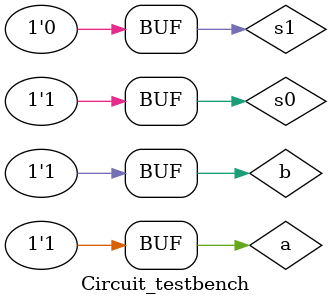
<source format=v>
`timescale 1ns / 1ps


module Circuit_testbench();
reg a, b, s1, s0;
wire O;
  initial begin
    a = 1'b1;
    b = 1'b1;
    s1 = 1'b1;
    s0 = 1'b1;
    #10;
    
    a = 1'b0;
    b = 1'b1;
    s1 = 1'b1;
    s0 = 1'b1;
    #10;
    
    a = 1'b0;
    b = 1'b1;
    s1 = 1'b0;
    s0 = 1'b0;
    #10;
    
    a = 1'b1;
    b = 1'b1;
    s1 = 1'b0;
    s0 = 1'b0;
    #10;
    
    a = 1'b1;
    b = 1'b1;
    s1 = 1'b1;
    s0 = 1'b0;
    
    a = 1'b0;
    b = 1'b1;
    s1 = 1'b1;
    s0 = 1'b1;
    #10;
    
    a = 1'b1;
    b = 1'b1;
    s1 = 1'b0;
    s0 = 1'b1;
    

    
    end
endmodule

</source>
